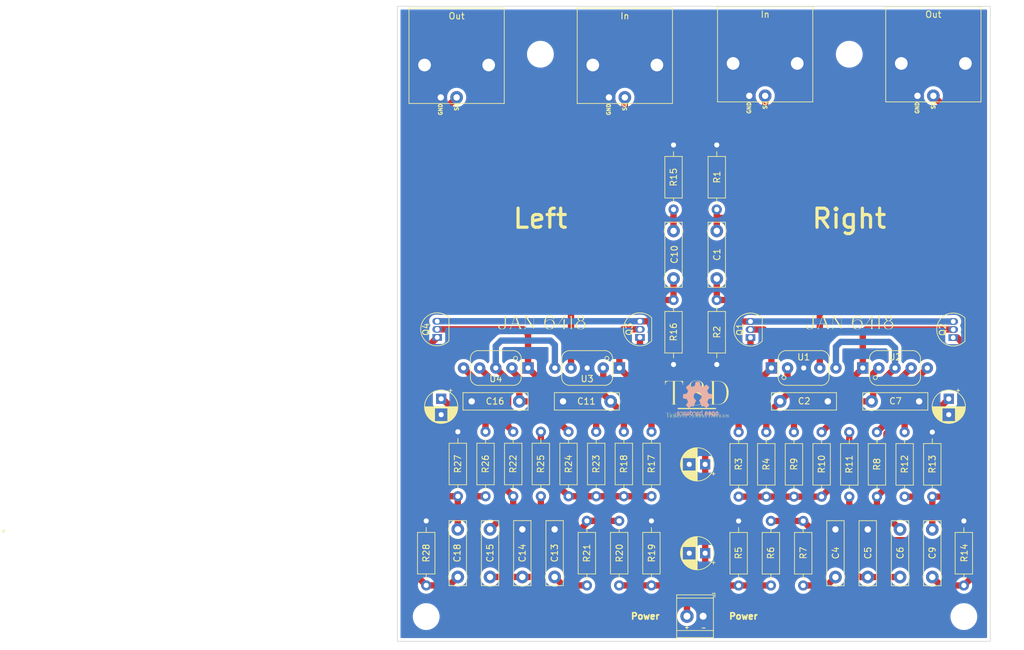
<source format=kicad_pcb>
(kicad_pcb (version 20211014) (generator pcbnew)
  (layers (0 "F.Cu" signal) (31 "B.Cu" signal) (34 "B.Paste" user) (35 "F.Paste" user) (36 "B.SilkS" user "B.Silkscreen") (37 "F.SilkS" user "F.Silkscreen") (38 "B.Mask" user) (39 "F.Mask" user) (44 "Edge.Cuts" user))
  (net 0 "")
  (net 1 "In")
  (net 2 "Net-(C1-Pad2)")
  (net 3 "GND")
  (net 4 "Net-(C2-Pad2)")
  (net 5 "Net-(C4-Pad2)")
  (net 6 "Net-(C5-Pad2)")
  (net 7 "Net-(C6-Pad1)")
  (net 8 "Net-(C7-Pad2)")
  (net 9 "Net-(C8-Pad1)")
  (net 10 "Out")
  (net 11 "+30V")
  (net 12 "Net-(Q1-Pad2)")
  (net 13 "Net-(Q1-Pad1)")
  (net 14 "Net-(Q2-Pad2)")
  (net 15 "heater")
  (net 16 "h1")
  (net 17 "Net-(C9-Pad2)")
  (net 18 "In2")
  (net 19 "Net-(C10-Pad2)")
  (net 20 "Net-(C11-Pad2)")
  (net 21 "Net-(C13-Pad2)")
  (net 22 "Net-(C14-Pad2)")
  (net 23 "Net-(C15-Pad1)")
  (net 24 "Net-(C16-Pad2)")
  (net 25 "Net-(C17-Pad1)")
  (net 26 "Out2")
  (net 27 "Net-(C18-Pad2)")
  (net 28 "Net-(Q3-Pad2)")
  (net 29 "Net-(Q3-Pad1)")
  (net 30 "Net-(Q4-Pad2)")
  (net 31 "heater2")
  (net 32 "h2")
  (footprint "Resistor_THT:R_Axial_DIN0207_L6.3mm_D2.5mm_P10.16mm_Horizontal" (layer "F.Cu") (at 169.278604 144.404 90)
    (fp_text reference "R6" (at 5.124 -0.013269 90) (layer "F.SilkS"))
    (fp_text value "82K")
    (pad "1" thru_hole circle locked (at 0 0 90) (size 1.6 1.6) (drill 0.8) (layers *.Cu *.Mask) (net 13 "Net-(Q1-Pad1)"))
    (pad "2" thru_hole oval locked (at 10.16 0 90) (size 1.6 1.6) (drill 0.8) (layers *.Cu *.Mask) (net 6 "Net-(C5-Pad2)"))
  )
  (footprint "Package_TO_SOT_THT:TO-92_Inline" (layer "F.Cu") (at 148.655 105.333 90)
    (fp_text reference "Q3" (at 1.283 -1.674353 90) (layer "F.SilkS"))
    (fp_text value "BSN254A")
    (pad "1" thru_hole rect locked (at 0 0 90) (size 1.05 1.5) (drill 0.75) (layers *.Cu *.Mask) (net 29 "Net-(Q3-Pad1)"))
    (pad "2" thru_hole oval locked (at 1.27 0 90) (size 1.05 1.5) (drill 0.75) (layers *.Cu *.Mask) (net 28 "Net-(Q3-Pad2)"))
    (pad "3" thru_hole oval locked (at 2.54 0 90) (size 1.05 1.5) (drill 0.75) (layers *.Cu *.Mask) (net 11 "+30V"))
  )
  (footprint "Resistor_THT:R_Axial_DIN0207_L6.3mm_D2.5mm_P10.16mm_Horizontal" (layer "F.Cu") (at 119.97929 130.353 90)
    (fp_text reference "R27" (at 5.093 -0.003574 90) (layer "F.SilkS"))
    (fp_text value "10K")
    (pad "1" thru_hole circle locked (at 0 0 90) (size 1.6 1.6) (drill 0.8) (layers *.Cu *.Mask) (net 27 "Net-(C18-Pad2)"))
    (pad "2" thru_hole oval locked (at 10.16 0 90) (size 1.6 1.6) (drill 0.8) (layers *.Cu *.Mask) (net 3 "GND"))
  )
  (footprint "Resistor_THT:R_Axial_DIN0207_L6.3mm_D2.5mm_P10.16mm_Horizontal" (layer "F.Cu") (at 124.336432 130.353 90)
    (fp_text reference "R26" (at 5.093 -0.003574 90) (layer "F.SilkS"))
    (fp_text value "1.2K")
    (pad "1" thru_hole circle locked (at 0 0 90) (size 1.6 1.6) (drill 0.8) (layers *.Cu *.Mask) (net 25 "Net-(C17-Pad1)"))
    (pad "2" thru_hole oval locked (at 10.16 0 90) (size 1.6 1.6) (drill 0.8) (layers *.Cu *.Mask) (net 31 "heater2"))
  )
  (footprint "Resistor_THT:R_Axial_DIN0207_L6.3mm_D2.5mm_P10.16mm_Horizontal" (layer "F.Cu") (at 150.465 144.393 90)
    (fp_text reference "R19" (at 5.093 0.045 90) (layer "F.SilkS"))
    (fp_text value "10K")
    (pad "1" thru_hole circle locked (at 0 0 90) (size 1.6 1.6) (drill 0.8) (layers *.Cu *.Mask) (net 29 "Net-(Q3-Pad1)"))
    (pad "2" thru_hole oval locked (at 10.16 0 90) (size 1.6 1.6) (drill 0.8) (layers *.Cu *.Mask) (net 3 "GND"))
  )
  (footprint "Resistor_THT:R_Axial_DIN0207_L6.3mm_D2.5mm_P10.16mm_Horizontal" (layer "F.Cu") (at 146.122142 130.353 90)
    (fp_text reference "R18" (at 5.093 -0.002146 90) (layer "F.SilkS"))
    (fp_text value "330K")
    (pad "1" thru_hole circle locked (at 0 0 90) (size 1.6 1.6) (drill 0.8) (layers *.Cu *.Mask) (net 11 "+30V"))
    (pad "2" thru_hole oval locked (at 10.16 0 90) (size 1.6 1.6) (drill 0.8) (layers *.Cu *.Mask) (net 20 "Net-(C11-Pad2)"))
  )
  (footprint "Capacitor_THT:C_Rect_L10.0mm_W2.5mm_P7.50mm_MKS4" (layer "F.Cu") (at 192.622 115.41 180)
    (fp_text reference "C7" (at 3.72 0.04) (layer "F.SilkS"))
    (fp_text value "0.1uF")
    (pad "1" thru_hole circle locked (at 0 0 180) (size 2 2) (drill 1) (layers *.Cu *.Mask) (net 3 "GND"))
    (pad "2" thru_hole circle locked (at 7.5 0 180) (size 2 2) (drill 1) (layers *.Cu *.Mask) (net 8 "Net-(C7-Pad2)"))
  )
  (footprint "Capacitor_THT:C_Rect_L10.0mm_W2.5mm_P7.50mm_MKS4" (layer "F.Cu") (at 189.611936 135.574 -90)
    (fp_text reference "C6" (at 3.706 -0.031984 90) (layer "F.SilkS"))
    (fp_text value "0.1uF")
    (pad "1" thru_hole circle locked (at 0 0 270) (size 2 2) (drill 1) (layers *.Cu *.Mask) (net 7 "Net-(C6-Pad1)"))
    (pad "2" thru_hole circle locked (at 7.5 0 270) (size 2 2) (drill 1) (layers *.Cu *.Mask) (net 6 "Net-(C5-Pad2)"))
  )
  (footprint "Resistor_THT:R_Axial_DIN0207_L6.3mm_D2.5mm_P10.16mm_Horizontal" (layer "F.Cu") (at 164.195269 144.404 90)
    (fp_text reference "R5" (at 5.124 -0.013269 90) (layer "F.SilkS"))
    (fp_text value "10K")
    (pad "1" thru_hole circle locked (at 0 0 90) (size 1.6 1.6) (drill 0.8) (layers *.Cu *.Mask) (net 13 "Net-(Q1-Pad1)"))
    (pad "2" thru_hole oval locked (at 10.16 0 90) (size 1.6 1.6) (drill 0.8) (layers *.Cu *.Mask) (net 3 "GND"))
  )
  (footprint "Resistor_THT:R_Axial_DIN0207_L6.3mm_D2.5mm_P10.16mm_Horizontal" (layer "F.Cu") (at 172.909557 130.41 90)
    (fp_text reference "R9" (at 5.12 0.006731 90) (layer "F.SilkS"))
    (fp_text value "100K")
    (pad "1" thru_hole circle locked (at 0 0 90) (size 1.6 1.6) (drill 0.8) (layers *.Cu *.Mask) (net 11 "+30V"))
    (pad "2" thru_hole oval locked (at 10.16 0 90) (size 1.6 1.6) (drill 0.8) (layers *.Cu *.Mask) (net 14 "Net-(Q2-Pad2)"))
  )
  (footprint "Resistor_THT:R_Axial_DIN0207_L6.3mm_D2.5mm_P10.16mm_Horizontal" (layer "F.Cu") (at 150.47929 130.353 90)
    (fp_text reference "R17" (at 5.093 -0.002146 90) (layer "F.SilkS"))
    (fp_text value "100K")
    (pad "1" thru_hole circle locked (at 0 0 90) (size 1.6 1.6) (drill 0.8) (layers *.Cu *.Mask) (net 11 "+30V"))
    (pad "2" thru_hole oval locked (at 10.16 0 90) (size 1.6 1.6) (drill 0.8) (layers *.Cu *.Mask) (net 28 "Net-(Q3-Pad2)"))
  )
  (footprint "Resistor_THT:R_Axial_DIN0207_L6.3mm_D2.5mm_P10.16mm_Horizontal" (layer "F.Cu") (at 153.945 99.446 -90)
    (fp_text reference "R16" (at 5.034 -0.005 90) (layer "F.SilkS"))
    (fp_text value "1M")
    (pad "1" thru_hole circle locked (at 0 0 270) (size 1.6 1.6) (drill 0.8) (layers *.Cu *.Mask) (net 19 "Net-(C10-Pad2)"))
    (pad "2" thru_hole oval locked (at 10.16 0 270) (size 1.6 1.6) (drill 0.8) (layers *.Cu *.Mask) (net 3 "GND"))
  )
  (footprint "Resistor_THT:R_Axial_DIN0207_L6.3mm_D2.5mm_P10.16mm_Horizontal" (layer "F.Cu") (at 181.623843 120.252708 -90)
    (fp_text reference "R11" (at 5.057292 0.001843 90) (layer "F.SilkS"))
    (fp_text value "1.5K")
    (pad "1" thru_hole circle locked (at 0 0 270) (size 1.6 1.6) (drill 0.8) (layers *.Cu *.Mask) (net 11 "+30V"))
    (pad "2" thru_hole oval locked (at 10.16 0 270) (size 1.6 1.6) (drill 0.8) (layers *.Cu *.Mask) (net 9 "Net-(C8-Pad1)"))
  )
  (footprint "Resistor_THT:R_Axial_DIN0207_L6.3mm_D2.5mm_P10.16mm_Horizontal" (layer "F.Cu") (at 141.765 130.353 90)
    (fp_text reference "R23" (at 5.093 -0.002146 90) (layer "F.SilkS"))
    (fp_text value "100K")
    (pad "1" thru_hole circle locked (at 0 0 90) (size 1.6 1.6) (drill 0.8) (layers *.Cu *.Mask) (net 11 "+30V"))
    (pad "2" thru_hole oval locked (at 10.16 0 90) (size 1.6 1.6) (drill 0.8) (layers *.Cu *.Mask) (net 30 "Net-(Q4-Pad2)"))
  )
  (footprint "MountingHole:MountingHole_3.2mm_M3" (layer "F.Cu") (at 114.994288 149.303146)
    (fp_text reference "REF**" hide)
    (fp_text value "MountingHole_3.2mm_M3")
    (pad "" np_thru_hole circle locked (at 0 0) (size 3.2 3.2) (drill 3.2) (layers *.Cu *.Mask))
  )
  (footprint "TerminalBlock_TE-Connectivity:TerminalBlock_TE_282834-2_1x02_P2.54mm_Horizontal" (layer "F.Cu") (at 158.600134 149.244083 180)
    (fp_text reference "J3" hide)
    (fp_text value "Power")
    (fp_text user "-" (at -0.074 -1.815917) (layer "F.SilkS") (effects (font (size 0.6 0.6))))
    (pad "1" thru_hole rect locked (at 0 0 180) (size 2.1 2.1) (drill 1.1) (layers *.Cu *.Mask) (net 3 "GND"))
    (pad "2" thru_hole circle locked (at 2.54 0 180) (size 2.1 2.1) (drill 1.1) (layers *.Cu *.Mask) (net 11 "+30V"))
  )
  (footprint "Resistor_THT:R_Axial_DIN0207_L6.3mm_D2.5mm_P10.16mm_Horizontal" (layer "F.Cu") (at 133.050716 120.193 -90)
    (fp_text reference "R25" (at 5.067 0.010716 90) (layer "F.SilkS"))
    (fp_text value "1.5K")
    (pad "1" thru_hole circle locked (at 0 0 270) (size 1.6 1.6) (drill 0.8) (layers *.Cu *.Mask) (net 11 "+30V"))
    (pad "2" thru_hole oval locked (at 10.16 0 270) (size 1.6 1.6) (drill 0.8) (layers *.Cu *.Mask) (net 25 "Net-(C17-Pad1)"))
  )
  (footprint "Valve:Valve_Mini_Pentode_Linear" (layer "F.Cu") (at 169.362 110.15)
    (fp_text reference "U1" (at 5.08 -1.71) (layer "F.SilkS"))
    (fp_text value "JAN6418")
    (pad "1" thru_hole rect locked (at 0 0) (size 1.8 1.8) (drill 0.8) (layers *.Cu *.Mask) (net 12 "Net-(Q1-Pad2)"))
    (pad "2" thru_hole circle locked (at 2.54 0) (size 1.8 1.8) (drill 0.8) (layers *.Cu *.Mask) (net 4 "Net-(C2-Pad2)"))
    (pad "3" thru_hole circle locked (at 5.08 0) (size 1.8 1.8) (drill 0.8) (layers *.Cu *.Mask) (net 3 "GND"))
    (pad "4" thru_hole circle locked (at 7.62 0) (size 1.8 1.8) (drill 0.8) (layers *.Cu *.Mask) (net 2 "Net-(C1-Pad2)"))
    (pad "5" thru_hole circle locked (at 10.16 0) (size 1.8 1.8) (drill 0.8) (layers *.Cu *.Mask) (net 16 "h1"))
  )
  (footprint "Capacitor_THT:CP_Radial_D5.0mm_P2.50mm" (layer "F.Cu") (at 197.288 115.004888 -90)
    (fp_text reference "C8" hide)
    (fp_text value "4.7uF")
    (pad "1" thru_hole rect locked (at 0 0 270) (size 1.6 1.6) (drill 0.8) (layers *.Cu *.Mask) (net 9 "Net-(C8-Pad1)"))
    (pad "2" thru_hole circle locked (at 2.5 0 270) (size 1.6 1.6) (drill 0.8) (layers *.Cu *.Mask) (net 3 "GND"))
  )
  (footprint "Custom Library:Jan 6418 Silk" (layer "F.Cu") (at 181.863787 103.563418)
    (fp_text reference "G***" hide)
    (fp_text value "LOGO" hide)
  )
  (footprint "Package_TO_SOT_THT:TO-92_Inline" (layer "F.Cu") (at 166.062 105.37 90)
    (fp_text reference "Q1" (at 1.29 -1.65798 90) (layer "F.SilkS"))
    (fp_text value "BSN254A")
    (pad "1" thru_hole rect locked (at 0 0 90) (size 1.05 1.5) (drill 0.75) (layers *.Cu *.Mask) (net 13 "Net-(Q1-Pad1)"))
    (pad "2" thru_hole oval locked (at 1.27 0 90) (size 1.05 1.5) (drill 0.75) (layers *.Cu *.Mask) (net 12 "Net-(Q1-Pad2)"))
    (pad "3" thru_hole oval locked (at 2.54 0 90) (size 1.05 1.5) (drill 0.75) (layers *.Cu *.Mask) (net 11 "+30V"))
  )
  (footprint "Capacitor_THT:C_Rect_L10.0mm_W2.5mm_P7.50mm_MKS4" (layer "F.Cu") (at 160.753677 88.570065 -90)
    (fp_text reference "C1" (at 3.719935 -0.038323 90) (layer "F.SilkS"))
    (fp_text value "0.1uF")
    (pad "1" thru_hole circle locked (at 0 0 270) (size 2 2) (drill 1) (layers *.Cu *.Mask) (net 1 "In"))
    (pad "2" thru_hole circle locked (at 7.5 0 270) (size 2 2) (drill 1) (layers *.Cu *.Mask) (net 2 "Net-(C1-Pad2)"))
  )
  (footprint "Custom Library:Logo_15mm" (layer "F.Cu") (at 157.71 115.45)
    (fp_text reference "G***" hide)
    (fp_text value "LOGO" hide)
  )
  (footprint "Resistor_THT:R_Axial_DIN0207_L6.3mm_D2.5mm_P10.16mm_Horizontal" (layer "F.Cu") (at 160.753677 99.446 -90)
    (fp_text reference "R2" (at 5.049935 -0.038323 90) (layer "F.SilkS"))
    (fp_text value "1M")
    (pad "1" thru_hole circle locked (at 0 0 270) (size 1.6 1.6) (drill 0.8) (layers *.Cu *.Mask) (net 2 "Net-(C1-Pad2)"))
    (pad "2" thru_hole oval locked (at 10.16 0 270) (size 1.6 1.6) (drill 0.8) (layers *.Cu *.Mask) (net 3 "GND"))
  )
  (footprint "MountingHole:MountingHole_3.2mm_M3" (layer "F.Cu") (at 181.617 60.74)
    (fp_text reference "REF**" hide)
    (fp_text value "MountingHole_3.2mm_M3")
    (pad "" np_thru_hole circle locked (at 0 0) (size 3.2 3.2) (drill 3.2) (layers *.Cu *.Mask))
  )
  (footprint "Capacitor_THT:C_Rect_L10.0mm_W2.5mm_P7.50mm_MKS4" (layer "F.Cu") (at 136.542 115.41)
    (fp_text reference "C11" (at 3.678479 -0.012333) (layer "F.SilkS"))
    (fp_text value "0.1uF")
    (pad "1" thru_hole circle locked (at 0 0) (size 2 2) (drill 1) (layers *.Cu *.Mask) (net 3 "GND"))
    (pad "2" thru_hole circle locked (at 7.5 0) (size 2 2) (drill 1) (layers *.Cu *.Mask) (net 20 "Net-(C11-Pad2)"))
  )
  (footprint "Custom Library:RCA PANEL 2PIN FOOTPRINT" (layer "F.Cu") (at 119.785 64.99 -90)
    (fp_text reference "Out" (at -10.26 0) (layer "F.SilkS"))
    (fp_text value "Out")
    (fp_text user "SG" (at 4.064 0 90) (layer "F.SilkS") (effects (font (size 0.6 0.6))))
    (fp_text user "GND" (at 4.445 2.54 90) (layer "F.SilkS") (effects (font (size 0.6 0.6))))
    (pad "1" thru_hole circle (at 2.55 0 270) (size 2 2) (drill 1) (layers *.Cu *.Mask) (net 26 "Out2"))
    (pad "2" thru_hole circle (at -2.55 -5.05 270) (size 3 3) (drill 2) (layers *.Cu *.Mask) (net 3 "GND"))
    (pad "2" thru_hole circle (at -2.55 5.05 270) (size 3 3) (drill 2) (layers *.Cu *.Mask) (net 3 "GND"))
    (pad "2" thru_hole circle (at 2.55 2.5 270) (size 2 2) (drill 1) (layers *.Cu *.Mask) (net 3 "GND"))
  )
  (footprint "Resistor_THT:R_Axial_DIN0207_L6.3mm_D2.5mm_P10.16mm_Horizontal" (layer "F.Cu") (at 160.753677 85.194131 90)
    (fp_text reference "R1" (at 5.110065 0.038323 90) (layer "F.SilkS"))
    (fp_text value "100K")
    (pad "1" thru_hole circle locked (at 0 0 90) (size 1.6 1.6) (drill 0.8) (layers *.Cu *.Mask) (net 1 "In"))
    (pad "2" thru_hole oval locked (at 10.16 0 90) (size 1.6 1.6) (drill 0.8) (layers *.Cu *.Mask) (net 3 "GND"))
  )
  (footprint "Package_TO_SOT_THT:TO-92_Inline" (layer "F.Cu") (at 116.725 105.333 90)
    (fp_text reference "Q4" (at 1.273 -1.755 90) (layer "F.SilkS"))
    (fp_text value "BSN254A")
    (pad "1" thru_hole rect locked (at 0 0 90) (size 1.05 1.5) (drill 0.75) (layers *.Cu *.Mask) (net 27 "Net-(C18-Pad2)"))
    (pad "2" thru_hole oval locked (at 1.27 0 90) (size 1.05 1.5) (drill 0.75) (layers *.Cu *.Mask) (net 30 "Net-(Q4-Pad2)"))
    (pad "3" thru_hole oval locked (at 2.54 0 90) (size 1.05 1.5) (drill 0.75) (layers *.Cu *.Mask) (net 11 "+30V"))
  )
  (footprint "Valve:Valve_Mini_Pentode_Linear" (layer "F.Cu") (at 131.032 110.15157 180)
    (fp_text reference "U4" (at 5.08 -1.71) (layer "F.SilkS"))
    (fp_text value "JAN6418")
    (pad "1" thru_hole rect locked (at 0 0 180) (size 1.8 1.8) (drill 0.8) (layers *.Cu *.Mask) (net 30 "Net-(Q4-Pad2)"))
    (pad "2" thru_hole circle locked (at 2.54 0 180) (size 1.8 1.8) (drill 0.8) (layers *.Cu *.Mask) (net 24 "Net-(C16-Pad2)"))
    (pad "3" thru_hole circle locked (at 5.08 0 180) (size 1.8 1.8) (drill 0.8) (layers *.Cu *.Mask) (net 32 "h2"))
    (pad "4" thru_hole circle locked (at 7.62 0 180) (size 1.8 1.8) (drill 0.8) (layers *.Cu *.Mask) (net 23 "Net-(C15-Pad1)"))
    (pad "5" thru_hole circle locked (at 10.16 0 180) (size 1.8 1.8) (drill 0.8) (layers *.Cu *.Mask) (net 31 "heater2"))
  )
  (footprint "Resistor_THT:R_Axial_DIN0207_L6.3mm_D2.5mm_P10.16mm_Horizontal" (layer "F.Cu") (at 174.361937 134.244 -90)
    (fp_text reference "R7" (at 5.036 -0.023116 90) (layer "F.SilkS"))
    (fp_text value "10K")
    (pad "1" thru_hole circle locked (at 0 0 270) (size 1.6 1.6) (drill 0.8) (layers *.Cu *.Mask) (net 6 "Net-(C5-Pad2)"))
    (pad "2" thru_hole oval locked (at 10.16 0 270) (size 1.6 1.6) (drill 0.8) (layers *.Cu *.Mask) (net 5 "Net-(C4-Pad2)"))
  )
  (footprint "Resistor_THT:R_Axial_DIN0207_L6.3mm_D2.5mm_P10.16mm_Horizontal" (layer "F.Cu") (at 153.945 85.194131 90)
    (fp_text reference "R15" (at 5.084131 0.005 90) (layer "F.SilkS"))
    (fp_text value "100K")
    (pad "1" thru_hole circle locked (at 0 0 90) (size 1.6 1.6) (drill 0.8) (layers *.Cu *.Mask) (net 18 "In2"))
    (pad "2" thru_hole oval locked (at 10.16 0 90) (size 1.6 1.6) (drill 0.8) (layers *.Cu *.Mask) (net 3 "GND"))
  )
  (footprint "Resistor_THT:R_Axial_DIN0207_L6.3mm_D2.5mm_P10.16mm_Horizontal" (layer "F.Cu") (at 145.381667 144.393 90)
    (fp_text reference "R20" (at 5.093 0.045 90) (layer "F.SilkS"))
    (fp_text value "82K")
    (pad "1" thru_hole circle locked (at 0 0 90) (size 1.6 1.6) (drill 0.8) (layers *.Cu *.Mask) (net 29 "Net-(Q3-Pad1)"))
    (pad "2" thru_hole oval locked (at 10.16 0 90) (size 1.6 1.6) (drill 0.8) (layers *.Cu *.Mask) (net 22 "Net-(C14-Pad2)"))
  )
  (footprint "MountingHole:MountingHole_3.2mm_M3" (layer "F.Cu") (at 199.665981 149.303146)
    (fp_text reference "REF**" hide)
    (fp_text value "MountingHole_3.2mm_M3")
    (pad "" np_thru_hole circle locked (at 0 0) (size 3.2 3.2) (drill 3.2) (layers *.Cu *.Mask))
  )
  (footprint "Custom Library:Jan 6418 Silk" (layer "F.Cu") (at 133.393787 103.563418)
    (fp_text reference "G***" hide)
    (fp_text value "LOGO" hide)
  )
  (footprint "Capacitor_THT:C_Rect_L10.0mm_W2.5mm_P7.50mm_MKS4" (layer "F.Cu") (at 125.048335 135.563 -90)
    (fp_text reference "C15" (at 3.737 -0.001665 90) (layer "F.SilkS"))
    (fp_text value "0.1uF")
    (pad "1" thru_hole circle locked (at 0 0 270) (size 2 2) (drill 1) (layers *.Cu *.Mask) (net 23 "Net-(C15-Pad1)"))
    (pad "2" thru_hole circle locked (at 7.5 0 270) (size 2 2) (drill 1) (layers *.Cu *.Mask) (net 22 "Net-(C14-Pad2)"))
  )
  (footprint "Resistor_THT:R_Axial_DIN0207_L6.3mm_D2.5mm_P10.16mm_Horizontal" (layer "F.Cu") (at 194.695269 130.412708 90)
    (fp_text reference "R13" (at 5.12 0.006731 90) (layer "F.SilkS"))
    (fp_text value "10K")
    (pad "1" thru_hole circle locked (at 0 0 90) (size 1.6 1.6) (drill 0.8) (layers *.Cu *.Mask) (net 17 "Net-(C9-Pad2)"))
    (pad "2" thru_hole oval locked (at 10.16 0 90) (size 1.6 1.6) (drill 0.8) (layers *.Cu *.Mask) (net 3 "GND"))
  )
  (footprint "Resistor_THT:R_Axial_DIN0207_L6.3mm_D2.5mm_P10.16mm_Horizontal" (layer "F.Cu") (at 168.552414 130.41 90)
    (fp_text reference "R4" (at 5.12 0.006731 90) (layer "F.SilkS"))
    (fp_text value "330K")
    (pad "1" thru_hole circle locked (at 0 0 90) (size 1.6 1.6) (drill 0.8) (layers *.Cu *.Mask) (net 11 "+30V"))
    (pad "2" thru_hole oval locked (at 10.16 0 90) (size 1.6 1.6) (drill 0.8) (layers *.Cu *.Mask) (net 4 "Net-(C2-Pad2)"))
  )
  (footprint "Capacitor_THT:C_Rect_L10.0mm_W2.5mm_P7.50mm_MKS4" (layer "F.Cu") (at 178.237 115.41 180)
    (fp_text reference "C2" (at 3.72 0.04) (layer "F.SilkS"))
    (fp_text value "0.1uF")
    (pad "1" thru_hole circle locked (at 0 0 180) (size 2 2) (drill 1) (layers *.Cu *.Mask) (net 3 "GND"))
    (pad "2" thru_hole circle locked (at 7.5 0 180) (size 2 2) (drill 1) (layers *.Cu *.Mask) (net 4 "Net-(C2-Pad2)"))
  )
  (footprint "Valve:Valve_Mini_Pentode_Linear" (layer "F.Cu") (at 183.747 110.15)
    (fp_text reference "U2" (at 5.08 -1.71) (layer "F.SilkS"))
    (fp_text value "JAN6418")
    (pad "1" thru_hole rect locked (at 0 0) (size 1.8 1.8) (drill 0.8) (layers *.Cu *.Mask) (net 14 "Net-(Q2-Pad2)"))
    (pad "2" thru_hole circle locked (at 2.54 0) (size 1.8 1.8) (drill 0.8) (layers *.Cu *.Mask) (net 8 "Net-(C7-Pad2)"))
    (pad "3" thru_hole circle locked (at 5.08 0) (size 1.8 1.8) (drill 0.8) (layers *.Cu *.Mask) (net 16 "h1"))
    (pad "4" thru_hole circle locked (at 7.62 0) (size 1.8 1.8) (drill 0.8) (layers *.Cu *.Mask) (net 7 "Net-(C6-Pad1)"))
    (pad "5" thru_hole circle locked (at 10.16 0) (size 1.8 1.8) (drill 0.8) (layers *.Cu *.Mask) (net 15 "heater"))
  )
  (footprint "Capacitor_THT:C_Rect_L10.0mm_W2.5mm_P7.50mm_MKS4" (layer "F.Cu") (at 130.131668 135.563 -90)
    (fp_text reference "C14" (at 3.737 -0.001665 90) (layer "F.SilkS"))
    (fp_text value "0.022uf")
    (pad "1" thru_hole circle locked (at 0 0 270) (size 2 2) (drill 1) (layers *.Cu *.Mask) (net 3 "GND"))
    (pad "2" thru_hole circle locked (at 7.5 0 270) (size 2 2) (drill 1) (layers *.Cu *.Mask) (net 22 "Net-(C14-Pad2)"))
  )
  (footprint "Capacitor_THT:C_Rect_L10.0mm_W2.5mm_P7.50mm_MKS4" (layer "F.Cu") (at 153.945 88.570065 -90)
    (fp_text reference "C10" (at 3.704 -0.135 90) (layer "F.SilkS"))
    (fp_text value "0.1uF")
    (pad "1" thru_hole circle locked (at 0 0 270) (size 2 2) (drill 1) (layers *.Cu *.Mask) (net 18 "In2"))
    (pad "2" thru_hole circle locked (at 7.5 0 270) (size 2 2) (drill 1) (layers *.Cu *.Mask) (net 19 "Net-(C10-Pad2)"))
  )
  (footprint "Capacitor_THT:C_Rect_L10.0mm_W2.5mm_P7.50mm_MKS4" (layer "F.Cu") (at 135.215001 135.563 -90)
    (fp_text reference "C13" (at 3.737 -0.001665 90) (layer "F.SilkS"))
    (fp_text value "6n8")
    (pad "1" thru_hole circle locked (at 0 0 270) (size 2 2) (drill 1) (layers *.Cu *.Mask) (net 3 "GND"))
    (pad "2" thru_hole circle locked (at 7.5 0 270) (size 2 2) (drill 1) (layers *.Cu *.Mask) (net 21 "Net-(C13-Pad2)"))
  )
  (footprint "MountingHole:MountingHole_3.2mm_M3" (layer "F.Cu") (at 132.98 60.74)
    (fp_text reference "REF**" hide)
    (fp_text value "MountingHole_3.2mm_M3")
    (pad "" np_thru_hole circle locked (at 0 0) (size 3.2 3.2) (drill 3.2) (layers *.Cu *.Mask))
  )
  (footprint "Capacitor_THT:CP_Radial_D5.0mm_P2.50mm" (layer "F.Cu") (at 117.34952 115.004888 -90)
    (fp_text reference "C17" hide)
    (fp_text value "4.7uF")
    (pad "1" thru_hole rect locked (at 0 0 270) (size 1.6 1.6) (drill 0.8) (layers *.Cu *.Mask) (net 25 "Net-(C17-Pad1)"))
    (pad "2" thru_hole circle locked (at 2.5 0 270) (size 1.6 1.6) (drill 0.8) (layers *.Cu *.Mask) (net 3 "GND"))
  )
  (footprint "Capacitor_THT:CP_Radial_D5.0mm_P2.50mm" (layer "F.Cu") (at 158.920113 125.329 180)
    (fp_text reference "C12" hide)
    (fp_text value "4.7uF")
    (pad "1" thru_hole rect locked (at 0 0 180) (size 1.6 1.6) (drill 0.8) (layers *.Cu *.Mask) (net 11 "+30V"))
    (pad "2" thru_hole circle locked (at 2.5 0 180) (size 1.6 1.6) (drill 0.8) (layers *.Cu *.Mask) (net 3 "GND"))
  )
  (footprint "Capacitor_THT:CP_Radial_D5.0mm_P2.50mm" (layer "F.Cu") (at 158.920113 139.323 180)
    (fp_text reference "C3" hide)
    (fp_text value "4.7uF")
    (pad "1" thru_hole rect locked (at 0 0 180) (size 1.6 1.6) (drill 0.8) (layers *.Cu *.Mask) (net 11 "+30V"))
    (pad "2" thru_hole circle locked (at 2.5 0 180) (size 1.6 1.6) (drill 0.8) (layers *.Cu *.Mask) (net 3 "GND"))
  )
  (footprint "Valve:Valve_Mini_Pentode_Linear" (layer "F.Cu") (at 145.417 110.15157 180)
    (fp_text reference "U3" (at 5.08 -1.71) (layer "F.SilkS"))
    (fp_text value "JAN6418")
    (pad "1" thru_hole rect locked (at 0 0 180) (size 1.8 1.8) (drill 0.8) (layers *.Cu *.Mask) (net 28 "Net-(Q3-Pad2)"))
    (pad "2" thru_hole circle locked (at 2.54 0 180) (size 1.8 1.8) (drill 0.8) (layers *.Cu *.Mask) (net 20 "Net-(C11-Pad2)"))
    (pad "3" thru_hole circle locked (at 5.08 0 180) (size 1.8 1.8) (drill 0.8) (layers *.Cu *.Mask) (net 3 "GND"))
    (pad "4" thru_hole circle locked (at 7.62 0 180) (size 1.8 1.8) (drill 0.8) (layers *.Cu *.Mask) (net 19 "Net-(C10-Pad2)"))
    (pad "5" thru_hole circle locked (at 10.16 0 180) (size 1.8 1.8) (drill 0.8) (layers *.Cu *.Mask) (net 32 "h2"))
  )
  (footprint "Resistor_THT:R_Axial_DIN0207_L6.3mm_D2.5mm_P10.16mm_Horizontal" (layer "F.Cu") (at 199.665981 144.403 90)
    (fp_text reference "R14" (at 5.124 0.06968 90) (layer "F.SilkS"))
    (fp_text value "1M")
    (pad "1" thru_hole circle locked (at 0 0 90) (size 1.6 1.6) (drill 0.8) (layers *.Cu *.Mask) (net 10 "Out"))
    (pad "2" thru_hole oval locked (at 10.16 0 90) (size 1.6 1.6) (drill 0.8) (layers *.Cu *.Mask) (net 3 "GND"))
  )
  (footprint "Package_TO_SOT_THT:TO-92_Inline" (layer "F.Cu") (at 197.992 105.37 90)
    (fp_text reference "Q2" (at 1.27 -1.651787 90) (layer "F.SilkS"))
    (fp_text value "BSN254A")
    (pad "1" thru_hole rect locked (at 0 0 90) (size 1.05 1.5) (drill 0.75) (layers *.Cu *.Mask) (net 17 "Net-(C9-Pad2)"))
    (pad "2" thru_hole oval locked (at 1.27 0 90) (size 1.05 1.5) (drill 0.75) (layers *.Cu *.Mask) (net 14 "Net-(Q2-Pad2)"))
    (pad "3" thru_hole oval locked (at 2.54 0 90) (size 1.05 1.5) (drill 0.75) (layers *.Cu *.Mask) (net 11 "+30V"))
  )
  (footprint "Capacitor_THT:C_Rect_L10.0mm_W2.5mm_P7.50mm_MKS4" (layer "F.Cu") (at 194.695269 143.074 90)
    (fp_text reference "C9" (at 3.794 0.007741 90) (layer "F.SilkS"))
    (fp_text value "0.39uF")
    (pad "1" thru_hole circle locked (at 0 0 90) (size 2 2) (drill 1) (layers *.Cu *.Mask) (net 10 "Out"))
    (pad "2" thru_hole circle locked (at 7.5 0 90) (size 2 2) (drill 1) (layers *.Cu *.Mask) (net 17 "Net-(C9-Pad2)"))
  )
  (footprint "Resistor_THT:R_Axial_DIN0207_L6.3mm_D2.5mm_P10.16mm_Horizontal" (layer "F.Cu") (at 190.338127 130.412708 90)
    (fp_text reference "R12" (at 5.12 0.006731 90) (layer "F.SilkS"))
    (fp_text value "1.2K")
    (pad "1" thru_hole circle locked (at 0 0 90) (size 1.6 1.6) (drill 0.8) (layers *.Cu *.Mask) (net 9 "Net-(C8-Pad1)"))
    (pad "2" thru_hole oval locked (at 10.16 0 90) (size 1.6 1.6) (drill 0.8) (layers *.Cu *.Mask) (net 15 "heater"))
  )
  (footprint "Resistor_THT:R_Axial_DIN0207_L6.3mm_D2.5mm_P10.16mm_Horizontal" (layer "F.Cu") (at 137.407858 130.353 90)
    (fp_text reference "R24" (at 5.093 0.019079 90) (layer "F.SilkS"))
    (fp_text value "330K")
    (pad "1" thru_hole circle locked (at 0 0 90) (size 1.6 1.6) (drill 0.8) (layers *.Cu *.Mask) (net 11 "+30V"))
    (pad "2" thru_hole oval locked (at 10.16 0 90) (size 1.6 1.6) (drill 0.8) (layers *.Cu *.Mask) (net 24 "Net-(C16-Pad2)"))
  )
  (footprint "Custom Library:RCA PANEL 2PIN FOOTPRINT" (layer "F.Cu") (at 168.372 64.74 -90)
    (fp_text reference "In" (at -10.26 0) (layer "F.SilkS"))
    (fp_text value "In")
    (fp_text user "SG" (at 4.064 0 90) (layer "F.SilkS") (effects (font (size 0.6 0.6))))
    (fp_text user "GND" (at 4.445 2.54 90) (layer "F.SilkS") (effects (font (size 0.6 0.6))))
    (pad "1" thru_hole circle locked (at 2.55 0 270) (size 2 2) (drill 1) (layers *.Cu *.Mask) (net 1 "In"))
    (pad "2" thru_hole circle locked (at 2.55 2.5 270) (size 2 2) (drill 1) (layers *.Cu *.Mask) (net 3 "GND"))
    (pad "2" thru_hole circle locked (at -2.55 -5.05 270) (size 3 3) (drill 2) (layers *.Cu *.Mask) (net 3 "GND"))
    (pad "2" thru_hole circle locked (at -2.55 5.05 270) (size 3 3) (drill 2) (layers *.Cu *.Mask) (net 3 "GND"))
  )
  (footprint "Resistor_THT:R_Axial_DIN0207_L6.3mm_D2.5mm_P10.16mm_Horizontal" (layer "F.Cu") (at 140.298334 134.233 -90)
    (fp_text reference "R21" (at 5.067 0.008334 90) (layer "F.SilkS"))
    (fp_text value "10K")
    (pad "1" thru_hole circle locked (at 0 0 270) (size 1.6 1.6) (drill 0.8) (layers *.Cu *.Mask) (net 22 "Net-(C14-Pad2)"))
    (pad "2" thru_hole oval locked (at 10.16 0 270) (size 1.6 1.6) (drill 0.8) (layers *.Cu *.Mask) (net 21 "Net-(C13-Pad2)"))
  )
  (footprint "Capacitor_THT:C_Rect_L10.0mm_W2.5mm_P7.50mm_MKS4" (layer "F.Cu") (at 179.44527 135.574 -90)
    (fp_text reference "C4" (at 3.706 -0.031984 90) (layer "F.SilkS"))
    (fp_text value "6n8")
    (pad "1" thru_hole circle locked (at 0 0 270) (size 2 2) (drill 1) (layers *.Cu *.Mask) (net 3 "GND"))
    (pad "2" thru_hole circle locked (at 7.5 0 270) (size 2 2) (drill 1) (layers *.Cu *.Mask) (net 5 "Net-(C4-Pad2)"))
  )
  (footprint "Custom Library:RCA PANEL 2PIN FOOTPRINT" (layer "F.Cu") (at 194.862 64.74 -90)
    (fp_text reference "Out" (at -10.26 0) (layer "F.SilkS"))
    (fp_text value "Out")
    (fp_text user "GND" (at 4.445 2.54 90) (layer "F.SilkS") (effects (font (size 0.6 0.6))))
    (fp_text user "SG" (at 4.064 0 90) (layer "F.SilkS") (effects (font (size 0.6 0.6))))
    (pad "1" thru_hole circle locked (at 2.55 0 270) (size 2 2) (drill 1) (layers *.Cu *.Mask) (net 10 "Out"))
    (pad "2" thru_hole circle locked (at -2.55 5.05 270) (size 3 3) (drill 2) (layers *.Cu *.Mask) (net 3 "GND"))
    (pad "2" thru_hole circle locked (at -2.55 -5.05 270) (size 3 3) (drill 2) (layers *.Cu *.Mask) (net 3 "GND"))
    (pad "2" thru_hole circle locked (at 2.55 2.5 270) (size 2 2) (drill 1) (layers *.Cu *.Mask) (net 3 "GND"))
  )
  (footprint "Resistor_THT:R_Axial_DIN0207_L6.3mm_D2.5mm_P10.16mm_Horizontal" (layer "F.Cu") (at 164.195269 130.41 90)
    (fp_text reference "R3" (at 5.12 0.006731 90) (layer "F.SilkS"))
    (fp_text value "100K")
    (pad "1" thru_hole circle locked (at 0 0 90) (size 1.6 1.6) (drill 0.8) (layers *.Cu *.Mask) (net 11 "+30V"))
    (pad "2" thru_hole oval locked (at 10.16 0 90) (size 1.6 1.6) (drill 0.8) (layers *.Cu *.Mask) (net 12 "Net-(Q1-Pad2)"))
  )
  (footprint "Resistor_THT:R_Axial_DIN0207_L6.3mm_D2.5mm_P10.16mm_Horizontal" (layer "F.Cu") (at 177.2667 130.41 90)
    (fp_text reference "R10" (at 5.12 0.006731 90) (layer "F.SilkS"))
    (fp_text value "330K")
    (pad "1" thru_hole circle locked (at 0 0 90) (size 1.6 1.6) (drill 0.8) (layers *.Cu *.Mask) (net 11 "+30V"))
    (pad "2" thru_hole oval locked (at 10.16 0 90) (size 1.6 1.6) (drill 0.8) (layers *.Cu *.Mask) (net 8 "Net-(C7-Pad2)"))
  )
  (footprint "Capacitor_THT:C_Rect_L10.0mm_W2.5mm_P7.50mm_MKS4" (layer "F.Cu") (at 119.965 143.063 90)
    (fp_text reference "C18" (at 3.763 -0.085 90) (layer "F.SilkS"))
    (fp_text value "0.39uF")
    (pad "1" thru_hole circle locked (at 0 0 90) (size 2 2) (drill 1) (layers *.Cu *.Mask) (net 26 "Out2"))
    (pad "2" thru_hole circle locked (at 7.5 0 90) (size 2 2) (drill 1) (layers *.Cu *.Mask) (net 27 "Net-(C18-Pad2)"))
  )
  (footprint "Resistor_THT:R_Axial_DIN0207_L6.3mm_D2.5mm_P10.16mm_Horizontal" (layer "F.Cu") (at 128.693574 130.353 90)
    (fp_text reference "R22" (at 5.093 -0.003574 90) (layer "F.SilkS"))
    (fp_text value "10K")
    (pad "1" thru_hole circle locked (at 0 0 90) (size 1.6 1.6) (drill 0.8) (layers *.Cu *.Mask) (net 23 "Net-(C15-Pad1)"))
    (pad "2" thru_hole oval locked (at 10.16 0 90) (size 1.6 1.6) (drill 0.8) (layers *.Cu *.Mask) (net 32 "h2"))
  )
  (footprint "Capacitor_THT:C_Rect_L10.0mm_W2.5mm_P7.50mm_MKS4" (layer "F.Cu") (at 122.157 115.41)
    (fp_text reference "C16" (at 3.678479 -0.012333) (layer "F.SilkS"))
    (fp_text value "0.1uF")
    (pad "1" thru_hole circle locked (at 0 0) (size 2 2) (drill 1) (layers *.Cu *.Mask) (net 3 "GND"))
    (pad "2" thru_hole circle locked (at 7.5 0) (size 2 2) (drill 1) (layers *.Cu *.Mask) (net 24 "Net-(C16-Pad2)"))
  )
  (footprint "Custom Library:RCA PANEL 2PIN FOOTPRINT" (layer "F.Cu") (at 146.275 64.99 -90)
    (fp_text reference "In" (at -10.26 0) (layer "F.SilkS"))
    (fp_text value "In")
    (fp_text user "GND" (at 4.445 2.54 90) (layer "F.SilkS") (effects (font (size 0.6 0.6))))
    (fp_text user "SG" (at 4.064 0 90) (layer "F.SilkS") (effects (font (size 0.6 0.6))))
    (pad "1" thru_hole circle (at 2.55 0 270) (size 2 2) (drill 1) (layers *.Cu *.Mask) (net 18 "In2"))
    (pad "2" thru_hole circle (at -2.55 -5.05 270) (size 3 3) (drill 2) (layers *.Cu *.Mask) (net 3 "GND"))
    (pad "2" thru_hole circle (at -2.55 5.05 270) (size 3 3) (drill 2) (layers *.Cu *.Mask) (net 3 "GND"))
    (pad "2" thru_hole circle (at 2.55 2.5 270) (size 2 2) (drill 1) (layers *.Cu *.Mask) (net 3 "GND"))
  )
  (footprint "Resistor_THT:R_Axial_DIN0207_L6.3mm_D2.5mm_P10.16mm_Horizontal" (layer "F.Cu") (at 114.994288 144.393 90)
    (fp_text reference "R28" (at 5.093 0.005712 90) (layer "F.SilkS"))
    (fp_text value "1M")
    (pad "1" thru_hole circle locked (at 0 0 90) (size 1.6 1.6) (drill 0.8) (layers *.Cu *.Mask) (net 26 "Out2"))
    (pad "2" thru_hole oval locked (at 10.16 0 90) (size 1.6 1.6) (drill 0.8) (layers *.Cu *.Mask) (net 3 "GND"))
  )
  (footprint "Capacitor_THT:C_Rect_L10.0mm_W2.5mm_P7.50mm_MKS4" (layer "F.Cu") (at 184.528603 135.574 -90)
    (fp_text reference "C5" (at 3.706 -0.031984 90) (layer "F.SilkS"))
    (fp_text value "0.022uf")
    (pad "1" thru_hole circle locked (at 0 0 270) (size 2 2) (drill 1) (layers *.Cu *.Mask) (net 3 "GND"))
    (pad "2" thru_hole circle locked (at 7.5 0 270) (size 2 2) (drill 1) (layers *.Cu *.Mask) (net 6 "Net-(C5-Pad2)"))
  )
  (footprint "Resistor_THT:R_Axial_DIN0207_L6.3mm_D2.5mm_P10.16mm_Horizontal" (layer "F.Cu") (at 185.980985 130.412708 90)
    (fp_text reference "R8" (at 5.102708 0.001015 90) (layer "F.SilkS"))
    (fp_text value "10K")
    (pad "1" thru_hole circle locked (at 0 0 90) (size 1.6 1.6) (drill 0.8) (layers *.Cu *.Mask) (net 7 "Net-(C6-Pad1)"))
    (pad "2" thru_hole oval locked (at 10.16 0 90) (size 1.6 1.6) (drill 0.8) (layers *.Cu *.Mask) (net 16 "h1"))
  )
  (footprint "Symbol:OSHW-Logo2_7.3x6mm_SilkScreen" (layer "B.Cu") (at 157.74 115.08 180)
    (fp_text reference "REF**" hide)
    (fp_text value "OSHW-Logo2_7.3x6mm_SilkScreen" hide)
  )
  (gr_rect (start 203.828 53.192) (end 110.442 153.192) (layer "Edge.Cuts") (width 0.1) (fill none))
  (gr_text "Power" (at 149.49 149.244083) (layer "F.SilkS") (effects (font (size 1 1) (thickness 0.25))))
  (gr_text "Right" (at 181.61 86.62) (layer "F.SilkS") (effects (font (size 3 3) (thickness 0.5))))
  (gr_text "+" (at 156.05 151.06 180) (layer "F.SilkS") (effects (font (size 0.6 0.6))))
  (gr_text "+" (at 48.486795 135.840364 270) (layer "F.SilkS") (effects (font (size 0.6 0.6))))
  (gr_text "Power" (at 164.95 149.244083) (layer "F.SilkS") (effects (font (size 1 1) (thickness 0.25))))
  (gr_text "Left" (at 132.96 86.62) (layer "F.SilkS") (effects (font (size 3 3) (thickness 0.5))))
  (segment locked (start 168.372 67.29) (end 168.372 84.89) (width 1) (layer "F.Cu") (net 1))
  (segment locked (start 168.372 84.89) (end 166.728323 86.533677) (width 1) (layer "F.Cu") (net 1))
  (segment locked (start 160.753677 86.533677) (end 160.753677 85.194131) (width 1) (layer "F.Cu") (net 1))
  (segment locked (start 160.753677 88.570065) (end 160.753677 86.533677) (width 1) (layer "F.Cu") (net 1))
  (segment locked (start 160.753677 86.533677) (end 162.194323 86.533677) (width 1) (layer "F.Cu") (net 1))
  (segment locked (start 166.728323 86.533677) (end 160.753677 86.533677) (width 1) (layer "F.Cu") (net 1))
  (segment locked (start 176.982 101.238) (end 175.19 99.446) (width 1) (layer "F.Cu") (net 2))
  (segment locked (start 160.753677 99.446) (end 160.753677 96.070065) (width 1) (layer "F.Cu") (net 2))
  (segment locked (start 176.982 110.15) (end 176.982 101.238) (width 1) (layer "F.Cu") (net 2))
  (segment locked (start 175.19 99.446) (end 160.753677 99.446) (width 1) (layer "F.Cu") (net 2))
  (segment locked (start 168.552414 120.25) (end 168.552414 117.594586) (width 1) (layer "F.Cu") (net 4))
  (segment locked (start 168.552414 117.594586) (end 170.737 115.41) (width 1) (layer "F.Cu") (net 4))
  (segment locked (start 171.902 110.175) (end 171.902 114.245) (width 1) (layer "F.Cu") (net 4))
  (segment locked (start 171.902 114.245) (end 170.737 115.41) (width 1) (layer "F.Cu") (net 4))
  (segment locked (start 174.361937 144.404) (end 178.11527 144.404) (width 1) (layer "F.Cu") (net 5))
  (segment locked (start 178.11527 144.404) (end 179.44527 143.074) (width 1) (layer "F.Cu") (net 5))
  (segment locked (start 169.278604 134.244) (end 174.361937 134.244) (width 1) (layer "F.Cu") (net 6))
  (segment (start 174.361937 134.244) (end 183.191936 143.074) (width 1) (layer "F.Cu") (net 6))
  (segment (start 183.191936 143.074) (end 184.528603 143.074) (width 1) (layer "F.Cu") (net 6))
  (segment locked (start 189.611936 143.074) (end 184.528603 143.074) (width 1) (layer "F.Cu") (net 6))
  (segment locked (start 191.367 110.15) (end 188.8245 112.6925) (width 1) (layer "F.Cu") (net 7))
  (segment locked (start 185.980985 130.412708) (end 185.980985 131.943049) (width 1) (layer "F.Cu") (net 7))
  (segment locked (start 185.980985 131.943049) (end 189.611936 135.574) (width 1) (layer "F.Cu") (net 7))
  (segment locked (start 187.480496 128.913197) (end 185.980985 130.412708) (width 1) (layer "F.Cu") (net 7))
  (segment locked (start 188.8245 112.6925) (end 188.8245 119.1075) (width 1) (layer "F.Cu") (net 7))
  (segment locked (start 188.8245 119.1075) (end 187.480496 120.451504) (width 1) (layer "F.Cu") (net 7))
  (segment locked (start 187.480496 120.451504) (end 187.480496 128.913197) (width 1) (layer "F.Cu") (net 7))
  (segment locked (start 177.2667 120.25) (end 182.1067 115.41) (width 1) (layer "F.Cu") (net 8))
  (segment locked (start 186.287 110.15) (end 185.387 111.05) (width 1) (layer "F.Cu") (net 8))
  (segment locked (start 185.387 111.05) (end 185.387 115.145) (width 1) (layer "F.Cu") (net 8))
  (segment locked (start 182.1067 115.41) (end 185.122 115.41) (width 1) (layer "F.Cu") (net 8))
  (segment locked (start 185.387 115.145) (end 185.122 115.41) (width 1) (layer "F.Cu") (net 8))
  (segment locked (start 192.208 136.357636) (end 191.740818 136.824818) (width 1) (layer "F.Cu") (net 9))
  (segment locked (start 191.740818 136.824818) (end 191.292125 137.273511) (width 1) (layer "F.Cu") (net 9))
  (segment locked (start 192.462 130.434) (end 192.462 136.103636) (width 1) (layer "F.Cu") (net 9))
  (segment locked (start 181.623843 136.359843) (end 181.623843 130.412708) (width 1) (layer "F.Cu") (net 9))
  (segment locked (start 190.338127 130.412708) (end 192.440708 130.412708) (width 1) (layer "F.Cu") (net 9))
  (segment locked (start 191.292125 137.273511) (end 182.537511 137.273511) (width 1) (layer "F.Cu") (net 9))
  (segment locked (start 182.537511 137.273511) (end 181.623843 136.359843) (width 1) (layer "F.Cu") (net 9))
  (segment locked (start 192.462 136.103636) (end 191.740818 136.824818) (width 1) (layer "F.Cu") (net 9))
  (segment locked (start 192.440708 130.412708) (end 192.462 130.434) (width 1) (layer "F.Cu") (net 9))
  (segment locked (start 197.288 115.004888) (end 192.462 119.830888) (width 1) (layer "F.Cu") (net 9))
  (segment locked (start 192.462 119.830888) (end 192.462 130.434) (width 1) (layer "F.Cu") (net 9))
  (segment locked (start 196.025269 144.404) (end 196.026269 144.403) (width 1) (layer "F.Cu") (net 10))
  (segment locked (start 196.026269 144.403) (end 199.665981 144.403) (width 1) (layer "F.Cu") (net 10))
  (segment locked (start 201.165492 73.593492) (end 194.862 67.29) (width 1) (layer "F.Cu") (net 10))
  (segment locked (start 201.165492 142.903489) (end 201.165492 73.593492) (width 1) (layer "F.Cu") (net 10))
  (segment locked (start 196.025269 144.404) (end 194.695269 143.074) (width 1) (layer "F.Cu") (net 10))
  (segment locked (start 199.665981 144.403) (end 201.165492 142.903489) (width 1) (layer "F.Cu") (net 10))
  (segment locked (start 166.808 130.434) (end 166.832 130.41) (width 1) (layer "F.Cu") (net 11))
  (segment (start 159.295 102.793) (end 162.721 102.793) (width 1) (layer "F.Cu") (net 11))
  (segment (start 142.87 141.18) (end 142.87 145.7) (width 1) (layer "F.Cu") (net 11))
  (segment (start 160.376 102.83) (end 162.758 102.83) (width 1) (layer "F.Cu") (net 11))
  (segment (start 170.84 146.63) (end 171.888 145.582) (width 1) (layer "F.Cu") (net 11))
  (segment (start 155.79 146.63) (end 157.46 146.63) (width 1) (layer "F.Cu") (net 11))
  (segment (start 162.758 102.83) (end 166.062 102.83) (width 1) (layer "F.Cu") (net 11))
  (segment (start 157.46 146.63) (end 158.8 146.63) (width 1) (layer "F.Cu") (net 11))
  (segment (start 157.46 146.63) (end 170.84 146.63) (width 1) (layer "F.Cu") (net 11))
  (segment (start 133.050716 125.995858) (end 137.407858 130.353) (width 1) (layer "F.Cu") (net 11))
  (segment (start 158.934 105.734) (end 158.934 103.154) (width 1) (layer "F.Cu") (net 11))
  (segment (start 150.47929 130.353) (end 147.967 130.353) (width 1) (layer "F.Cu") (net 11))
  (segment (start 142.87 145.7) (end 143.8 146.63) (width 1) (layer "F.Cu") (net 11))
  (segment (start 158.934 146.496) (end 158.934 105.734) (width 1) (layer "F.Cu") (net 11))
  (segment (start 158.934 103.154) (end 159.295 102.793) (width 1) (layer "F.Cu") (net 11))
  (segment (start 148.655 102.793) (end 159.295 102.793) (width 1) (layer "F.Cu") (net 11))
  (segment (start 156.060134 146.900134) (end 155.79 146.63) (width 1) (layer "F.Cu") (net 11))
  (segment locked (start 177.2667 130.41) (end 175.976 130.41) (width 1) (layer "F.Cu") (net 11))
  (segment (start 143.8 146.63) (end 155.79 146.63) (width 1) (layer "F.Cu") (net 11))
  (segment locked (start 166.832 130.41) (end 164.195269 130.41) (width 1) (layer "F.Cu") (net 11))
  (segment locked (start 175.976 130.41) (end 166.832 130.41) (width 1) (layer "F.Cu") (net 11))
  (segment locked (start 166.808 136.276) (end 171.888 141.356) (width 1) (layer "F.Cu") (net 11))
  (segment (start 147.967 136.083) (end 142.87 141.18) (width 1) (layer "F.Cu") (net 11))
  (segment (start 133.050716 120.193) (end 133.050716 125.995858) (width 1) (layer "F.Cu") (net 11))
  (segment (start 147.967 130.353) (end 137.407858 130.353) (width 1) (layer "F.Cu") (net 11))
  (segment (start 156.060134 149.244083) (end 156.060134 146.900134) (width 1) (layer "F.Cu") (net 11))
  (segment (start 147.967 130.353) (end 147.967 136.083) (width 1) (layer "F.Cu") (net 11))
  (segment (start 158.8 146.63) (end 158.934 146.496) (width 1) (layer "F.Cu") (net 11))
  (segment (start 171.888 145.582) (end 171.888 141.356) (width 1) (layer "F.Cu") (net 11))
  (segment locked (start 166.808 136.276) (end 166.808 130.434) (width 1) (layer "F.Cu") (net 11))
  (segment locked (start 181.623843 120.252708) (end 181.623843 126.052857) (width 1) (layer "F.Cu") (net 11))
  (segment (start 162.721 102.793) (end 162.758 102.83) (width 1) (layer "F.Cu") (net 11))
  (segment locked (start 181.623843 126.052857) (end 177.2667 130.41) (width 1) (layer "F.Cu") (net 11))
  (segment (start 158.934 105.734) (end 158.934 104.272) (width 1) (layer "F.Cu") (net 11))
  (segment locked (start 197.992 102.83) (end 166.062 102.83) (width 1) (layer "B.Cu") (net 11))
  (segment (start 116.725 102.793) (end 148.655 102.793) (width 1) (layer "B.Cu") (net 11))
  (segment locked (start 169.362 105.302) (end 169.362 110.15) (width 1) (layer "F.Cu") (net 12))
  (segment locked (start 168.16 104.1) (end 169.362 105.302) (width 1) (layer "F.Cu") (net 12))
  (segment locked (start 169.362 110.175) (end 164.195269 115.341731) (width 1) (layer "F.Cu") (net 12))
  (segment locked (start 166.062 104.1) (end 168.16 104.1) (width 1) (layer "F.Cu") (net 12))
  (segment locked (start 164.195269 115.341731) (end 164.195269 120.25) (width 1) (layer "F.Cu") (net 12))
  (segment locked (start 164.195269 144.404) (end 169.278604 144.404) (width 1) (layer "F.Cu") (net 13))
  (segment locked (start 166.062 105.37) (end 166.062 110.352) (width 1) (layer "F.Cu") (net 13))
  (segment locked (start 160.966 143.134) (end 162.236 144.404) (width 1) (layer "F.Cu") (net 13))
  (segment locked (start 162.236 144.404) (end 164.195269 144.404) (width 1) (layer "F.Cu") (net 13))
  (segment locked (start 166.062 110.352) (end 160.966 115.448) (width 1) (layer "F.Cu") (net 13))
  (segment locked (start 160.966 115.448) (end 160.966 143.134) (width 1) (layer "F.Cu") (net 13))
  (segment locked (start 183.747 110.15) (end 181.197 112.7) (width 1) (layer "F.Cu") (net 14))
  (segment locked (start 181.197 112.7) (end 177.762 112.7) (width 1) (layer "F.Cu") (net 14))
  (segment locked (start 172.909557 117.552443) (end 172.909557 120.25) (width 1) (layer "F.Cu") (net 14))
  (segment locked (start 177.762 112.7) (end 172.909557 117.552443) (width 1) (layer "F.Cu") (net 14))
  (segment locked (start 184.252 104.1) (end 197.992 104.1) (width 1) (layer "F.Cu") (net 14))
  (segment locked (start 183.747 104.605) (end 184.252 104.1) (width 1) (layer "F.Cu") (net 14))
  (segment locked (start 183.747 110.15) (end 183.747 104.605) (width 1) (layer "F.Cu") (net 14))
  (segment locked (start 190.338127 120.252708) (end 190.338127 113.718873) (width 1) (layer "F.Cu") (net 15))
  (segment locked (start 190.338127 113.718873) (end 193.907 110.15) (width 1) (layer "F.Cu") (net 15))
  (segment locked (start 187.172 111.805) (end 187.172 119.061693) (width 1) (layer "F.Cu") (net 16))
  (segment locked (start 187.172 119.061693) (end 185.980985 120.252708) (width 1) (layer "F.Cu") (net 16))
  (segment locked (start 188.827 110.15) (end 187.172 111.805) (width 1) (layer "F.Cu") (net 16))
  (segment locked (start 188.827 110.15) (end 188.827 106.987) (width 1) (layer "B.Cu") (net 16))
  (segment locked (start 188.827 106.987) (end 187.89 106.05) (width 1) (layer "B.Cu") (net 16))
  (segment locked (start 187.89 106.05) (end 180.27 106.05) (width 1) (layer "B.Cu") (net 16))
  (segment locked (start 179.522 106.798) (end 179.522 110.15) (width 1) (layer "B.Cu") (net 16))
  (segment locked (start 180.27 106.05) (end 179.522 106.798) (width 1) (layer "B.Cu") (net 16))
  (segment locked (start 199.32 127.312) (end 199.32 106.05) (width 1) (layer "F.Cu") (net 17))
  (segment locked (start 199.32 106.05) (end 198.64 105.37) (width 1) (layer "F.Cu") (net 17))
  (segment locked (start 194.695269 130.412708) (end 196.219292 130.412708) (width 1) (layer "F.Cu") (net 17))
  (segment locked (start 198.64 105.37) (end 197.992 105.37) (width 1) (layer "F.Cu") (net 17))
  (segment locked (start 194.695269 135.574) (end 194.695269 130.412708) (width 1) (layer "F.Cu") (net 17))
  (segment locked (start 196.219292 130.412708) (end 199.32 127.312) (width 1) (layer "F.Cu") (net 17))
  (segment (start 153.945 86.783) (end 147.955 86.783) (width 1) (layer "F.Cu") (net 18))
  (segment (start 147.06 85.888) (end 146.275 85.103) (width 1) (layer "F.Cu") (net 18))
  (segment (start 153.945 86.783) (end 153.945 88.570065) (width 1) (layer "F.Cu") (net 18))
  (segment (start 146.275 82.003) (end 146.275 83.303) (width 1) (layer "F.Cu") (net 18))
  (segment (start 153.945 85.194131) (end 153.945 86.783) (width 1) (layer "F.Cu") (net 18))
  (segment (start 146.275 85.103) (end 146.275 82.003) (width 1) (layer "F.Cu") (net 18))
  (segment (start 146.275 67.54) (end 146.275 82.003) (width 1) (layer "F.Cu") (net 18))
  (segment (start 147.955 86.783) (end 147.06 85.888) (width 1) (layer "F.Cu") (net 18))
  (segment (start 146.275 85.103) (end 146.275 67.54) (width 1) (layer "F.Cu") (net 18))
  (segment (start 153.945 96.070065) (end 153.945 99.446) (width 1) (layer "F.Cu") (net 19))
  (segment (start 153.945 99.446) (end 139.552 99.446) (width 1) (layer "F.Cu") (net 19))
  (segment (start 139.552 99.446) (end 137.797 101.201) (width 1) (layer "F.Cu") (net 19))
  (segment (start 137.797 101.201) (end 137.797 110.15157) (width 1) (layer "F.Cu") (net 19))
  (segment (start 146.122142 120.193) (end 146.122142 117.490142) (width 1) (layer "F.Cu") (net 20))
  (segment (start 146.122142 117.490142) (end 144.042 115.41) (width 1) (layer "F.Cu") (net 20))
  (segment (start 142.877 114.245) (end 142.877 110.15157) (width 1) (layer "F.Cu") (net 20))
  (segment (start 144.042 115.41) (end 142.877 114.245) (width 1) (layer "F.Cu") (net 20))
  (segment (start 140.298334 144.393) (end 136.545001 144.393) (width 1) (layer "F.Cu") (net 21))
  (segment (start 136.545001 144.393) (end 135.215001 143.063) (width 1) (layer "F.Cu") (net 21))
  (segment (start 125.048335 143.063) (end 130.131668 143.063) (width 1) (layer "F.Cu") (net 22))
  (segment (start 142.325 134.233) (end 140.298334 134.233) (width 1) (layer "F.Cu") (net 22))
  (segment (start 130.131668 143.063) (end 131.805 143.063) (width 1) (layer "F.Cu") (net 22))
  (segment (start 131.805 143.063) (end 140.635 134.233) (width 1) (layer "F.Cu") (net 22))
  (segment (start 140.635 134.233) (end 142.325 134.233) (width 1) (layer "F.Cu") (net 22))
  (segment (start 145.381667 134.233) (end 142.325 134.233) (width 1) (layer "F.Cu") (net 22))
  (segment (start 125.749215 112.488785) (end 125.749215 119.027215) (width 1) (layer "F.Cu") (net 23))
  (segment (start 128.693574 130.353) (end 128.693574 131.917761) (width 1) (layer "F.Cu") (net 23))
  (segment (start 128.693574 131.917761) (end 125.048335 135.563) (width 1) (layer "F.Cu") (net 23))
  (segment (start 125.749215 119.027215) (end 126.755 120.033) (width 1) (layer "F.Cu") (net 23))
  (segment (start 126.755 120.033) (end 126.755 128.414426) (width 1) (layer "F.Cu") (net 23))
  (segment (start 126.755 128.414426) (end 128.693574 130.353) (width 1) (layer "F.Cu") (net 23))
  (segment (start 123.412 110.15157) (end 125.749215 112.488785) (width 1) (layer "F.Cu") (net 23))
  (segment (start 137.407858 120.193) (end 132.624858 115.41) (width 1) (layer "F.Cu") (net 24))
  (segment (start 128.492 110.58) (end 128.492 110.15157) (width 1) (layer "F.Cu") (net 24))
  (segment (start 129.657 115.41) (end 129.657 111.745) (width 1) (layer "F.Cu") (net 24))
  (segment (start 132.624858 115.41) (end 129.657 115.41) (width 1) (layer "F.Cu") (net 24))
  (segment (start 129.657 111.745) (end 128.492 110.58) (width 1) (layer "F.Cu") (net 24))
  (segment (start 122.275 136.673) (end 123.425 137.823) (width 1) (layer "F.Cu") (net 25))
  (segment (start 117.566888 115.004888) (end 122.275 119.713) (width 1) (layer "F.Cu") (net 25))
  (segment (start 117.34952 115.004888) (end 117.566888 115.004888) (width 1) (layer "F.Cu") (net 25))
  (segment (start 131.645 137.823) (end 133.050716 136.417284) (width 1) (layer "F.Cu") (net 25))
  (segment (start 122.275 130.363) (end 122.275 136.673) (width 1) (layer "F.Cu") (net 25))
  (segment (start 133.050716 136.417284) (end 133.050716 130.353) (width 1) (layer "F.Cu") (net 25))
  (segment (start 124.336432 130.353) (end 122.285 130.353) (width 1) (layer "F.Cu") (net 25))
  (segment (start 123.425 137.823) (end 131.645 137.823) (width 1) (layer "F.Cu") (net 25))
  (segment (start 122.275 119.713) (end 122.275 130.363) (width 1) (layer "F.Cu") (net 25))
  (segment (start 122.285 130.353) (end 122.275 130.363) (width 1) (layer "F.Cu") (net 25))
  (segment (start 113.345 73.98) (end 119.785 67.54) (width 1) (layer "F.Cu") (net 26))
  (segment (start 114.994288 144.393) (end 113.345 142.743712) (width 1) (layer "F.Cu") (net 26))
  (segment (start 118.635 144.393) (end 119.965 143.063) (width 1) (layer "F.Cu") (net 26))
  (segment (start 113.345 142.743712) (end 113.345 73.98) (width 1) (layer "F.Cu") (net 26))
  (segment (start 114.994288 144.393) (end 118.635 144.393) (width 1) (layer "F.Cu") (net 26))
  (segment (start 119.965 135.563) (end 119.965 130.36729) (width 1) (layer "F.Cu") (net 27))
  (segment (start 115.465 106.593) (end 115.465 127.263) (width 1) (layer "F.Cu") (net 27))
  (segment (start 118.555 130.353) (end 119.97929 130.353) (width 1) (layer "F.Cu") (net 27))
  (segment (start 116.725 105.333) (end 115.465 106.593) (width 1) (layer "F.Cu") (net 27))
  (segment (start 115.465 127.263) (end 118.555 130.353) (width 1) (layer "F.Cu") (net 27))
  (segment (start 119.965 130.36729) (end 119.97929 130.353) (width 1) (layer "F.Cu") (net 27))
  (segment (start 150.47929 115.21386) (end 145.417 110.15157) (width 1) (layer "F.Cu") (net 28))
  (segment (start 145.417 104.641) (end 145.995 104.063) (width 1) (layer "F.Cu") (net 28))
  (segment (start 145.995 104.063) (end 148.655 104.063) (width 1) (layer "F.Cu") (net 28))
  (segment (start 150.47929 120.193) (end 150.47929 115.21386) (width 1) (layer "F.Cu") (net 28))
  (segment (start 145.417 110.15157) (end 145.417 104.641) (width 1) (layer "F.Cu") (net 28))
  (segment (start 148.655 110.133) (end 153.745 115.223) (width 1) (layer "F.Cu") (net 29))
  (segment (start 153.745 142.883) (end 152.235 144.393) (width 1) (layer "F.Cu") (net 29))
  (segment (start 152.235 144.393) (end 150.465 144.393) (width 1) (layer "F.Cu") (net 29))
  (segment (start 148.655 105.333) (end 148.655 110.133) (width 1) (layer "F.Cu") (net 29))
  (segment (start 153.745 115.223) (end 153.745 142.883) (width 1) (layer "F.Cu") (net 29))
  (segment (start 145.381667 144.393) (end 150.465 144.393) (width 1) (layer "F.Cu") (net 29))
  (segment (start 131.032 104.81) (end 131.032 110.15157) (width 1) (layer "F.Cu") (net 30))
  (segment (start 130.285 104.063) (end 131.032 104.81) (width 1) (layer "F.Cu") (net 30))
  (segment (start 133.89343 113.013) (end 131.032 110.15157) (width 1) (layer "F.Cu") (net 30))
  (segment (start 141.765 117.193) (end 137.585 113.013) (width 1) (layer "F.Cu") (net 30))
  (segment (start 116.725 104.063) (end 130.285 104.063) (width 1) (layer "F.Cu") (net 30))
  (segment (start 141.765 120.193) (end 141.765 117.193) (width 1) (layer "F.Cu") (net 30))
  (segment (start 137.585 113.013) (end 133.89343 113.013) (width 1) (layer "F.Cu") (net 30))
  (segment (start 124.336432 113.616002) (end 120.872 110.15157) (width 1) (layer "F.Cu") (net 31))
  (segment (start 124.336432 120.193) (end 124.336432 113.616002) (width 1) (layer "F.Cu") (net 31))
  (segment (start 128.693574 120.193) (end 127.893575 119.393001) (width 1) (layer "F.Cu") (net 32))
  (segment (start 127.893575 112.093145) (end 125.952 110.15157) (width 1) (layer "F.Cu") (net 32))
  (segment (start 127.893575 119.393001) (end 127.893575 112.093145) (width 1) (layer "F.Cu") (net 32))
  (segment (start 128.693574 120.193) (end 128.695 120.193) (width 1) (layer "F.Cu") (net 32))
  (segment (start 125.952 110.15157) (end 125.952 106.688) (width 1) (layer "B.Cu") (net 32))
  (segment (start 125.952 106.688) (end 126.8 105.84) (width 1) (layer "B.Cu") (net 32))
  (segment (start 134.57 105.84) (end 135.257 106.527) (width 1) (layer "B.Cu") (net 32))
  (segment (start 135.257 106.527) (end 135.257 110.15157) (width 1) (layer "B.Cu") (net 32))
  (segment (start 126.8 105.84) (end 134.57 105.84) (width 1) (layer "B.Cu") (net 32))
  (zone (net 3) (net_name "GND") (layer "B.Cu") (connect_pads yes (clearance 0.508)) (min_thickness 0.254) (fill yes (thermal_gap 0.508) (thermal_bridge_width 0.508))
    (polygon (pts (xy 109.22 154.564) (xy 109.22 52.2) (xy 205.56 52.2) (xy 205.56 154.564)))
  )
)
</source>
